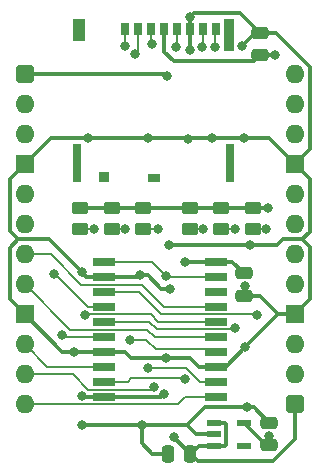
<source format=gtl>
%TF.GenerationSoftware,KiCad,Pcbnew,8.0.7*%
%TF.CreationDate,2025-01-05T16:40:20+02:00*%
%TF.ProjectId,SD Card Micro Socket,53442043-6172-4642-904d-6963726f2053,V0*%
%TF.SameCoordinates,Original*%
%TF.FileFunction,Copper,L1,Top*%
%TF.FilePolarity,Positive*%
%FSLAX46Y46*%
G04 Gerber Fmt 4.6, Leading zero omitted, Abs format (unit mm)*
G04 Created by KiCad (PCBNEW 8.0.7) date 2025-01-05 16:40:20*
%MOMM*%
%LPD*%
G01*
G04 APERTURE LIST*
G04 Aperture macros list*
%AMRoundRect*
0 Rectangle with rounded corners*
0 $1 Rounding radius*
0 $2 $3 $4 $5 $6 $7 $8 $9 X,Y pos of 4 corners*
0 Add a 4 corners polygon primitive as box body*
4,1,4,$2,$3,$4,$5,$6,$7,$8,$9,$2,$3,0*
0 Add four circle primitives for the rounded corners*
1,1,$1+$1,$2,$3*
1,1,$1+$1,$4,$5*
1,1,$1+$1,$6,$7*
1,1,$1+$1,$8,$9*
0 Add four rect primitives between the rounded corners*
20,1,$1+$1,$2,$3,$4,$5,0*
20,1,$1+$1,$4,$5,$6,$7,0*
20,1,$1+$1,$6,$7,$8,$9,0*
20,1,$1+$1,$8,$9,$2,$3,0*%
G04 Aperture macros list end*
%TA.AperFunction,SMDPad,CuDef*%
%ADD10RoundRect,0.250000X0.450000X-0.262500X0.450000X0.262500X-0.450000X0.262500X-0.450000X-0.262500X0*%
%TD*%
%TA.AperFunction,SMDPad,CuDef*%
%ADD11RoundRect,0.250000X0.475000X-0.250000X0.475000X0.250000X-0.475000X0.250000X-0.475000X-0.250000X0*%
%TD*%
%TA.AperFunction,ComponentPad*%
%ADD12RoundRect,0.400000X-0.400000X-0.400000X0.400000X-0.400000X0.400000X0.400000X-0.400000X0.400000X0*%
%TD*%
%TA.AperFunction,ComponentPad*%
%ADD13O,1.600000X1.600000*%
%TD*%
%TA.AperFunction,ComponentPad*%
%ADD14R,1.600000X1.600000*%
%TD*%
%TA.AperFunction,SMDPad,CuDef*%
%ADD15R,1.150000X0.600000*%
%TD*%
%TA.AperFunction,SMDPad,CuDef*%
%ADD16R,0.700000X1.100000*%
%TD*%
%TA.AperFunction,SMDPad,CuDef*%
%ADD17R,0.900000X0.930000*%
%TD*%
%TA.AperFunction,SMDPad,CuDef*%
%ADD18R,1.050000X0.780000*%
%TD*%
%TA.AperFunction,SMDPad,CuDef*%
%ADD19R,0.700000X3.330000*%
%TD*%
%TA.AperFunction,SMDPad,CuDef*%
%ADD20R,0.860000X2.800000*%
%TD*%
%TA.AperFunction,SMDPad,CuDef*%
%ADD21R,1.140000X1.830000*%
%TD*%
%TA.AperFunction,SMDPad,CuDef*%
%ADD22R,1.950000X0.650000*%
%TD*%
%TA.AperFunction,SMDPad,CuDef*%
%ADD23RoundRect,0.250000X0.250000X0.475000X-0.250000X0.475000X-0.250000X-0.475000X0.250000X-0.475000X0*%
%TD*%
%TA.AperFunction,SMDPad,CuDef*%
%ADD24RoundRect,0.250000X-0.475000X0.250000X-0.475000X-0.250000X0.475000X-0.250000X0.475000X0.250000X0*%
%TD*%
%TA.AperFunction,ViaPad*%
%ADD25C,0.800000*%
%TD*%
%TA.AperFunction,Conductor*%
%ADD26C,0.380000*%
%TD*%
%TA.AperFunction,Conductor*%
%ADD27C,0.200000*%
%TD*%
G04 APERTURE END LIST*
D10*
%TO.P,R2,1*%
%TO.N,Net-(IC1-2B3)*%
X16627000Y-13104500D03*
%TO.P,R2,2*%
%TO.N,/3.3V*%
X16627000Y-11279500D03*
%TD*%
D11*
%TO.P,C4,1*%
%TO.N,/3.3V*%
X20701000Y-31414000D03*
%TO.P,C4,2*%
%TO.N,GND*%
X20701000Y-29514000D03*
%TD*%
D10*
%TO.P,R4,1*%
%TO.N,Net-(IC1-1B3)*%
X7356000Y-13104500D03*
%TO.P,R4,2*%
%TO.N,/3.3V*%
X7356000Y-11279500D03*
%TD*%
%TO.P,R1,1*%
%TO.N,Net-(IC1-2B4)*%
X19294000Y-13104500D03*
%TO.P,R1,2*%
%TO.N,/3.3V*%
X19294000Y-11279500D03*
%TD*%
%TO.P,R5,1*%
%TO.N,Net-(IC1-1B2)*%
X4689000Y-13104500D03*
%TO.P,R5,2*%
%TO.N,/3.3V*%
X4689000Y-11279500D03*
%TD*%
D12*
%TO.P,J1,1,Pin_1*%
%TO.N,5V*%
X0Y0D03*
D13*
%TO.P,J1,2,Pin_2*%
%TO.N,unconnected-(J1-Pin_2-Pad2)*%
X0Y-2540000D03*
%TO.P,J1,3,Pin_3*%
%TO.N,unconnected-(J1-Pin_3-Pad3)*%
X0Y-5080000D03*
D14*
%TO.P,J1,4,Pin_4*%
%TO.N,GND*%
X0Y-7620000D03*
D13*
%TO.P,J1,5,Pin_5*%
%TO.N,DAT3*%
X0Y-10160000D03*
%TO.P,J1,6,Pin_6*%
%TO.N,DAT2*%
X0Y-12700000D03*
%TO.P,J1,7,Pin_7*%
%TO.N,DAT1*%
X0Y-15240000D03*
%TO.P,J1,8,Pin_8*%
%TO.N,DAT0*%
X0Y-17780000D03*
D14*
%TO.P,J1,9,Pin_9*%
%TO.N,GND*%
X0Y-20320000D03*
D13*
%TO.P,J1,10,Pin_10*%
%TO.N,SD CMD*%
X0Y-22860000D03*
%TO.P,J1,11,Pin_11*%
%TO.N,~{SD Card Enable}*%
X0Y-25400000D03*
%TO.P,J1,12,Pin_12*%
%TO.N,SD CLK*%
X0Y-27940000D03*
D12*
%TO.P,J1,13,Pin_13*%
%TO.N,5V*%
X22860000Y-27940000D03*
D13*
%TO.P,J1,14,Pin_14*%
%TO.N,unconnected-(J1-Pin_14-Pad14)*%
X22860000Y-25400000D03*
%TO.P,J1,15,Pin_15*%
%TO.N,unconnected-(J1-Pin_15-Pad15)*%
X22860000Y-22860000D03*
D14*
%TO.P,J1,16,Pin_16*%
%TO.N,GND*%
X22860000Y-20320000D03*
D13*
%TO.P,J1,17,Pin_17*%
%TO.N,unconnected-(J1-Pin_17-Pad17)*%
X22860000Y-17780000D03*
%TO.P,J1,18,Pin_18*%
%TO.N,unconnected-(J1-Pin_18-Pad18)*%
X22860000Y-15240000D03*
%TO.P,J1,19,Pin_19*%
%TO.N,unconnected-(J1-Pin_19-Pad19)*%
X22860000Y-12700000D03*
%TO.P,J1,20,Pin_20*%
%TO.N,unconnected-(J1-Pin_20-Pad20)*%
X22860000Y-10160000D03*
D14*
%TO.P,J1,21,Pin_21*%
%TO.N,GND*%
X22860000Y-7620000D03*
D13*
%TO.P,J1,22,Pin_22*%
%TO.N,unconnected-(J1-Pin_22-Pad22)*%
X22860000Y-5080000D03*
%TO.P,J1,23,Pin_23*%
%TO.N,unconnected-(J1-Pin_23-Pad23)*%
X22860000Y-2540000D03*
%TO.P,J1,24,Pin_24*%
%TO.N,unconnected-(J1-Pin_24-Pad24)*%
X22860000Y0D03*
%TD*%
D10*
%TO.P,R6,1*%
%TO.N,Net-(IC1-2B1)*%
X13960000Y-13104500D03*
%TO.P,R6,2*%
%TO.N,/3.3V*%
X13960000Y-11279500D03*
%TD*%
D15*
%TO.P,IC5,1,6VIn*%
%TO.N,5V*%
X15972000Y-29530000D03*
%TO.P,IC5,2,GND*%
%TO.N,GND*%
X15972000Y-30480000D03*
%TO.P,IC5,3,EN*%
%TO.N,5V*%
X15972000Y-31430000D03*
%TO.P,IC5,4,ADJ*%
%TO.N,unconnected-(IC5-ADJ-Pad4)*%
X18572000Y-31430000D03*
%TO.P,IC5,5,3.3VOut*%
%TO.N,/3.3V*%
X18572000Y-29530000D03*
%TD*%
D16*
%TO.P,J2,1,DAT2*%
%TO.N,Net-(IC1-1B2)*%
X8488000Y3807000D03*
%TO.P,J2,2,CD/DAT3*%
%TO.N,Net-(IC1-1B3)*%
X9588000Y3807000D03*
%TO.P,J2,3,CMD*%
%TO.N,Net-(IC1-1B4)*%
X10688000Y3807000D03*
%TO.P,J2,4,VDD*%
%TO.N,/3.3V*%
X11788000Y3807000D03*
%TO.P,J2,5,CLK*%
%TO.N,Net-(IC1-2B1)*%
X12888000Y3807000D03*
%TO.P,J2,6,VSS*%
%TO.N,GND*%
X13988000Y3807000D03*
%TO.P,J2,7,DAT0*%
%TO.N,Net-(IC1-2B3)*%
X15088000Y3807000D03*
%TO.P,J2,8,DAT1*%
%TO.N,Net-(IC1-2B4)*%
X16188000Y3807000D03*
D17*
%TO.P,J2,9,DETECT_LEVER*%
%TO.N,unconnected-(J2-DETECT_LEVER-Pad9)*%
X6698000Y-8658000D03*
D18*
%TO.P,J2,10,DETECT_SWITCH*%
%TO.N,unconnected-(J2-DETECT_SWITCH-Pad10)*%
X10963000Y-8733000D03*
D19*
%TO.P,J2,11,N.C.*%
%TO.N,unconnected-(J2-N.C.-Pad11)*%
X17348000Y-7458000D03*
D20*
%TO.P,J2,12,N.C.*%
%TO.N,unconnected-(J2-N.C.-Pad12)*%
X17268000Y3307000D03*
D21*
%TO.P,J2,13,N.C.*%
%TO.N,unconnected-(J2-N.C.-Pad13)*%
X4608000Y3792000D03*
D19*
%TO.P,J2,14,N.C.*%
%TO.N,unconnected-(J2-N.C.-Pad14)*%
X4388000Y-7458000D03*
%TD*%
D10*
%TO.P,R3,1*%
%TO.N,Net-(IC1-1B4)*%
X10023000Y-13104500D03*
%TO.P,R3,2*%
%TO.N,/3.3V*%
X10023000Y-11279500D03*
%TD*%
D22*
%TO.P,IC1,1,1~{OE}*%
%TO.N,~{SD Card Enable}*%
X6705000Y-15875000D03*
%TO.P,IC1,2,1A1*%
%TO.N,GND*%
X6705000Y-17145000D03*
%TO.P,IC1,3,2B4*%
%TO.N,Net-(IC1-2B4)*%
X6705000Y-18415000D03*
%TO.P,IC1,4,1A2*%
%TO.N,DAT2*%
X6705000Y-19685000D03*
%TO.P,IC1,5,2B3*%
%TO.N,Net-(IC1-2B3)*%
X6705000Y-20955000D03*
%TO.P,IC1,6,1A3*%
%TO.N,DAT3*%
X6705000Y-22225000D03*
%TO.P,IC1,7,2B2*%
%TO.N,GND*%
X6705000Y-23495000D03*
%TO.P,IC1,8,1A4*%
%TO.N,SD CMD*%
X6705000Y-24765000D03*
%TO.P,IC1,9,2B1*%
%TO.N,Net-(IC1-2B1)*%
X6705000Y-26035000D03*
%TO.P,IC1,10,GND*%
%TO.N,GND*%
X6705000Y-27305000D03*
%TO.P,IC1,11,2A1*%
%TO.N,SD CLK*%
X16155000Y-27305000D03*
%TO.P,IC1,12,1B4*%
%TO.N,Net-(IC1-1B4)*%
X16155000Y-26035000D03*
%TO.P,IC1,13,2A2*%
%TO.N,GND*%
X16155000Y-24765000D03*
%TO.P,IC1,14,1B3*%
%TO.N,Net-(IC1-1B3)*%
X16155000Y-23495000D03*
%TO.P,IC1,15,2A3*%
%TO.N,DAT0*%
X16155000Y-22225000D03*
%TO.P,IC1,16,1B2*%
%TO.N,Net-(IC1-1B2)*%
X16155000Y-20955000D03*
%TO.P,IC1,17,2A4*%
%TO.N,DAT1*%
X16155000Y-19685000D03*
%TO.P,IC1,18,1B1*%
%TO.N,unconnected-(IC1-1B1-Pad18)*%
X16155000Y-18415000D03*
%TO.P,IC1,19,2~{OE}*%
%TO.N,~{SD Card Enable}*%
X16155000Y-17145000D03*
%TO.P,IC1,20,5V*%
%TO.N,5V*%
X16155000Y-15875000D03*
%TD*%
D11*
%TO.P,C2,1*%
%TO.N,/3.3V*%
X19939000Y1606000D03*
%TO.P,C2,2*%
%TO.N,GND*%
X19939000Y3506000D03*
%TD*%
D23*
%TO.P,C3,1*%
%TO.N,5V*%
X14015000Y-32131000D03*
%TO.P,C3,2*%
%TO.N,GND*%
X12115000Y-32131000D03*
%TD*%
D24*
%TO.P,C1,1*%
%TO.N,5V*%
X18542000Y-16846000D03*
%TO.P,C1,2*%
%TO.N,GND*%
X18542000Y-18746000D03*
%TD*%
D25*
%TO.N,GND*%
X11805000Y-27051000D03*
X19050000Y-14478000D03*
X18796002Y-28194000D03*
X12192000Y-14477996D03*
X9906000Y-29717998D03*
X4826000Y-27190000D03*
X18542000Y-5403000D03*
X18415000Y2413000D03*
X18669000Y-23114000D03*
X13970000Y2032000D03*
X12319000Y-18161000D03*
X5334000Y-5403000D03*
X13843000Y-5461000D03*
X13987997Y4843997D03*
X4191000Y-23495000D03*
X15875000Y-5403000D03*
X18669000Y-17946000D03*
X9779000Y-17018000D03*
X4826000Y-16764000D03*
X11938000Y-24003000D03*
X10414000Y-5403000D03*
%TO.N,5V*%
X12595497Y-30711497D03*
X13589000Y-15875000D03*
X12065000Y-127000D03*
%TO.N,Net-(IC1-2B1)*%
X12827002Y2286000D03*
X13589000Y-25781000D03*
X15113000Y-13081000D03*
%TO.N,Net-(IC1-2B3)*%
X17780000Y-13081000D03*
X17780000Y-21463000D03*
X14986000Y2286000D03*
%TO.N,~{SD Card Enable}*%
X10941070Y-26465000D03*
X11946197Y-17071138D03*
%TO.N,Net-(IC1-1B4)*%
X11303000Y-13081000D03*
X10776142Y2535927D03*
X10414000Y-24843000D03*
%TO.N,Net-(IC1-1B3)*%
X8509000Y-13081000D03*
X9321518Y1712464D03*
X8939000Y-22479000D03*
%TO.N,Net-(IC1-1B2)*%
X5055455Y-20381357D03*
X8506219Y2374123D03*
X5842000Y-13081000D03*
%TO.N,Net-(IC1-2B4)*%
X19621501Y-20383499D03*
X16129000Y2286000D03*
X20447000Y-13081000D03*
%TO.N,DAT2*%
X2425000Y-16890994D03*
%TO.N,DAT3*%
X3175000Y-22098000D03*
%TO.N,/3.3V*%
X20701000Y-30614000D03*
X20574000Y-11303000D03*
X21209000Y1651000D03*
%TO.N,GND*%
X4826000Y-29718000D03*
%TD*%
D26*
%TO.N,GND*%
X12192004Y-14478000D02*
X12192000Y-14477996D01*
X19050000Y-14478000D02*
X12192004Y-14478000D01*
X24130000Y-19050000D02*
X24130000Y-14605000D01*
X24130000Y-14605000D02*
X23495000Y-13970000D01*
X23495000Y-13970000D02*
X24130000Y-13335000D01*
X21336000Y-14478000D02*
X21844000Y-13970000D01*
X19050000Y-14478000D02*
X21336000Y-14478000D01*
X24130000Y-13335000D02*
X24130000Y-8890000D01*
X21844000Y-13970000D02*
X23495000Y-13970000D01*
X14351000Y5207000D02*
X13987997Y4843997D01*
X19939000Y3506000D02*
X18238000Y5207000D01*
X18238000Y5207000D02*
X14351000Y5207000D01*
X24130000Y-6350000D02*
X22860000Y-7620000D01*
X21261934Y3506000D02*
X24130000Y637934D01*
X19939000Y3506000D02*
X21261934Y3506000D01*
X24130000Y637934D02*
X24130000Y-6350000D01*
X24130000Y-8890000D02*
X22860000Y-7620000D01*
X22860000Y-20320000D02*
X24130000Y-19050000D01*
X-1270000Y-14692271D02*
X-547729Y-13970000D01*
X0Y-20320000D02*
X-1270000Y-19050000D01*
X-1270000Y-19050000D02*
X-1270000Y-14692271D01*
X-1270000Y-8890000D02*
X0Y-7620000D01*
X-547729Y-13970000D02*
X-1270000Y-13247729D01*
X-1270000Y-13247729D02*
X-1270000Y-8890000D01*
X2032000Y-13970000D02*
X4826000Y-16764000D01*
X-547729Y-13970000D02*
X2032000Y-13970000D01*
X13901000Y-5403000D02*
X15875000Y-5403000D01*
X6705000Y-27305000D02*
X11551000Y-27305000D01*
X21463000Y-20320000D02*
X22860000Y-20320000D01*
X6705000Y-23495000D02*
X3175000Y-23495000D01*
X4826002Y-29717998D02*
X4826000Y-29718000D01*
X9906000Y-31242000D02*
X9906000Y-29717998D01*
X19889000Y-18746000D02*
X21463000Y-20320000D01*
X15240000Y-28193996D02*
X18795998Y-28193996D01*
X20701000Y-29514000D02*
X19381000Y-28194000D01*
X6705000Y-17145000D02*
X5207000Y-17145000D01*
X9779000Y-17018000D02*
X10414000Y-17018000D01*
X5207000Y-17145000D02*
X4826000Y-16764000D01*
X13988000Y3807000D02*
X13988000Y2050000D01*
X13785000Y-5403000D02*
X10414000Y-5403000D01*
X13988000Y4844000D02*
X13987997Y4843997D01*
X10414000Y-17018000D02*
X11557000Y-18161000D01*
X11557000Y-18161000D02*
X12319000Y-18161000D01*
X13988000Y3807000D02*
X13988000Y4844000D01*
X14732000Y-24765000D02*
X13970000Y-24003000D01*
X5334000Y-5403000D02*
X2217000Y-5403000D01*
X13715998Y-29717998D02*
X9906000Y-29717998D01*
X6705000Y-17145000D02*
X9652000Y-17145000D01*
X11551000Y-27305000D02*
X11805000Y-27051000D01*
X19508000Y3506000D02*
X18415000Y2413000D01*
X4941000Y-27305000D02*
X4826000Y-27190000D01*
X9906000Y-29717998D02*
X4826002Y-29717998D01*
X20643000Y-5403000D02*
X22860000Y-7620000D01*
X13715998Y-29717998D02*
X15240000Y-28193996D01*
X6705000Y-27305000D02*
X4941000Y-27305000D01*
X2217000Y-5403000D02*
X0Y-7620000D01*
X15875000Y-5403000D02*
X20643000Y-5403000D01*
X15972000Y-30480000D02*
X14478000Y-30480000D01*
X11938000Y-24003000D02*
X9017000Y-24003000D01*
X16155000Y-24765000D02*
X14732000Y-24765000D01*
X18795998Y-28193996D02*
X18796002Y-28194000D01*
X9017000Y-24003000D02*
X8509000Y-23495000D01*
X13988000Y2050000D02*
X13970000Y2032000D01*
X13970000Y-24003000D02*
X11938000Y-24003000D01*
X18542000Y-18746000D02*
X19889000Y-18746000D01*
X8509000Y-23495000D02*
X6705000Y-23495000D01*
X17018000Y-24765000D02*
X18669000Y-23114000D01*
X19381000Y-28194000D02*
X18796002Y-28194000D01*
X14478000Y-30480000D02*
X13715998Y-29717998D01*
X13843000Y-5461000D02*
X13785000Y-5403000D01*
X9652000Y-17145000D02*
X9779000Y-17018000D01*
X13843000Y-5461000D02*
X13901000Y-5403000D01*
X3175000Y-23495000D02*
X0Y-20320000D01*
X12115000Y-32131000D02*
X10795000Y-32131000D01*
X10795000Y-32131000D02*
X9906000Y-31242000D01*
X16155000Y-24765000D02*
X17018000Y-24765000D01*
X21463000Y-20320000D02*
X18669000Y-23114000D01*
X10414000Y-5403000D02*
X5334000Y-5403000D01*
%TO.N,5V*%
X14015000Y-32131000D02*
X14716000Y-31430000D01*
X17571000Y-15875000D02*
X16155000Y-15875000D01*
X22860000Y-27940000D02*
X22860000Y-30892024D01*
X20986024Y-32766000D02*
X14650000Y-32766000D01*
X12065000Y-127000D02*
X11938000Y0D01*
X14716000Y-31430000D02*
X15972000Y-31430000D01*
X16927000Y-31430000D02*
X15972000Y-31430000D01*
X11938000Y0D02*
X0Y0D01*
X18542000Y-16846000D02*
X17571000Y-15875000D01*
X14015000Y-32131000D02*
X12595497Y-30711497D01*
X22860000Y-30892024D02*
X20986024Y-32766000D01*
X13589000Y-15875000D02*
X16155000Y-15875000D01*
X16927000Y-29530000D02*
X17018000Y-29621000D01*
X17018000Y-31339000D02*
X16927000Y-31430000D01*
X15972000Y-29530000D02*
X16927000Y-29530000D01*
X14650000Y-32766000D02*
X14015000Y-32131000D01*
X17018000Y-29621000D02*
X17018000Y-31339000D01*
D27*
%TO.N,Net-(IC1-2B1)*%
X15089500Y-13104500D02*
X15113000Y-13081000D01*
X9017000Y-25715000D02*
X13523000Y-25715000D01*
X13960000Y-13104500D02*
X15089500Y-13104500D01*
X12888000Y2346998D02*
X12827002Y2286000D01*
X13523000Y-25715000D02*
X13589000Y-25781000D01*
X12888000Y3807000D02*
X12888000Y2346998D01*
X6705000Y-26035000D02*
X8697000Y-26035000D01*
X8697000Y-26035000D02*
X9017000Y-25715000D01*
%TO.N,SD CMD*%
X1905000Y-24765000D02*
X6705000Y-24765000D01*
X0Y-22860000D02*
X1905000Y-24765000D01*
%TO.N,Net-(IC1-2B3)*%
X17780000Y-13081000D02*
X16650500Y-13081000D01*
X11176000Y-21590000D02*
X17653000Y-21590000D01*
X15088000Y3807000D02*
X15088000Y2388000D01*
X10541000Y-20955000D02*
X11176000Y-21590000D01*
X17653000Y-21590000D02*
X17780000Y-21463000D01*
X15088000Y2388000D02*
X14986000Y2286000D01*
X6705000Y-20955000D02*
X10541000Y-20955000D01*
%TO.N,~{SD Card Enable}*%
X10726070Y-26680000D02*
X10941070Y-26465000D01*
X4096661Y-25400000D02*
X5376661Y-26680000D01*
X12020059Y-17145000D02*
X11946197Y-17071138D01*
X10750059Y-15875000D02*
X11946197Y-17071138D01*
X0Y-25400000D02*
X4096661Y-25400000D01*
X5376661Y-26680000D02*
X10726070Y-26680000D01*
X16155000Y-17145000D02*
X12020059Y-17145000D01*
X6705000Y-15875000D02*
X10750059Y-15875000D01*
%TO.N,Net-(IC1-1B4)*%
X11303000Y-13081000D02*
X10046500Y-13081000D01*
X10688000Y2624069D02*
X10776142Y2535927D01*
X16155000Y-26035000D02*
X14859000Y-26035000D01*
X13667000Y-24843000D02*
X10414000Y-24843000D01*
X10688000Y3807000D02*
X10688000Y2624069D01*
X14859000Y-26035000D02*
X13667000Y-24843000D01*
%TO.N,Net-(IC1-1B3)*%
X11061000Y-23253000D02*
X10287000Y-22479000D01*
X16155000Y-23495000D02*
X15913000Y-23253000D01*
X15913000Y-23253000D02*
X11061000Y-23253000D01*
X7356000Y-13104500D02*
X8485500Y-13104500D01*
X10287000Y-22479000D02*
X8939000Y-22479000D01*
X9588000Y3807000D02*
X9588000Y1978946D01*
X9588000Y1978946D02*
X9321518Y1712464D01*
X8485500Y-13104500D02*
X8509000Y-13081000D01*
%TO.N,DAT1*%
X9916000Y-17790000D02*
X4725686Y-17790000D01*
X2175686Y-15240000D02*
X0Y-15240000D01*
X4725686Y-17790000D02*
X2175686Y-15240000D01*
X15525000Y-19685000D02*
X11811000Y-19685000D01*
X11811000Y-19685000D02*
X9916000Y-17790000D01*
%TO.N,DAT0*%
X0Y-17780000D02*
X3820000Y-21600000D01*
X10985500Y-22225000D02*
X16155000Y-22225000D01*
X3820000Y-21600000D02*
X10360500Y-21600000D01*
X10360500Y-21600000D02*
X10985500Y-22225000D01*
%TO.N,Net-(IC1-1B2)*%
X4689000Y-13104500D02*
X5818500Y-13104500D01*
X11303000Y-20955000D02*
X10667996Y-20319996D01*
X5116816Y-20319996D02*
X5055455Y-20381357D01*
X5818500Y-13104500D02*
X5842000Y-13081000D01*
X10667996Y-20319996D02*
X5116816Y-20319996D01*
X16155000Y-20955000D02*
X11303000Y-20955000D01*
X8488000Y3807000D02*
X8488000Y2392342D01*
X8488000Y2392342D02*
X8506219Y2374123D01*
%TO.N,Net-(IC1-2B4)*%
X20423500Y-13104500D02*
X20447000Y-13081000D01*
X6705000Y-18415000D02*
X9652000Y-18415000D01*
X9652000Y-18415000D02*
X11557000Y-20320000D01*
X16129000Y2286000D02*
X16129000Y3748000D01*
X19558002Y-20320000D02*
X19621501Y-20383499D01*
X19294000Y-13104500D02*
X20423500Y-13104500D01*
X11557000Y-20320000D02*
X19558002Y-20320000D01*
%TO.N,DAT2*%
X5334000Y-19685000D02*
X2539994Y-16890994D01*
X2539994Y-16890994D02*
X2425000Y-16890994D01*
X6705000Y-19685000D02*
X5334000Y-19685000D01*
%TO.N,DAT3*%
X3302000Y-22225000D02*
X3175000Y-22098000D01*
X6705000Y-22225000D02*
X3302000Y-22225000D01*
%TO.N,SD CLK*%
X16155000Y-27305000D02*
X13589000Y-27305000D01*
X13589000Y-27305000D02*
X12954000Y-27940000D01*
X12954000Y-27940000D02*
X0Y-27940000D01*
D26*
%TO.N,/3.3V*%
X20574000Y-11303000D02*
X19317500Y-11303000D01*
X11788000Y1928000D02*
X12609938Y1106062D01*
X10023000Y-11279500D02*
X7356000Y-11279500D01*
X19439062Y1106062D02*
X19939000Y1606000D01*
X11788000Y3807000D02*
X11788000Y1928000D01*
X13960000Y-11279500D02*
X10023000Y-11279500D01*
X16627000Y-11279500D02*
X13960000Y-11279500D01*
X20701000Y-31414000D02*
X20701000Y-30614000D01*
X12609938Y1106062D02*
X19439062Y1106062D01*
X19294000Y-11279500D02*
X16627000Y-11279500D01*
X21209000Y1651000D02*
X19984000Y1651000D01*
X20456000Y-31414000D02*
X18572000Y-29530000D01*
X7356000Y-11279500D02*
X4689000Y-11279500D01*
%TD*%
M02*

</source>
